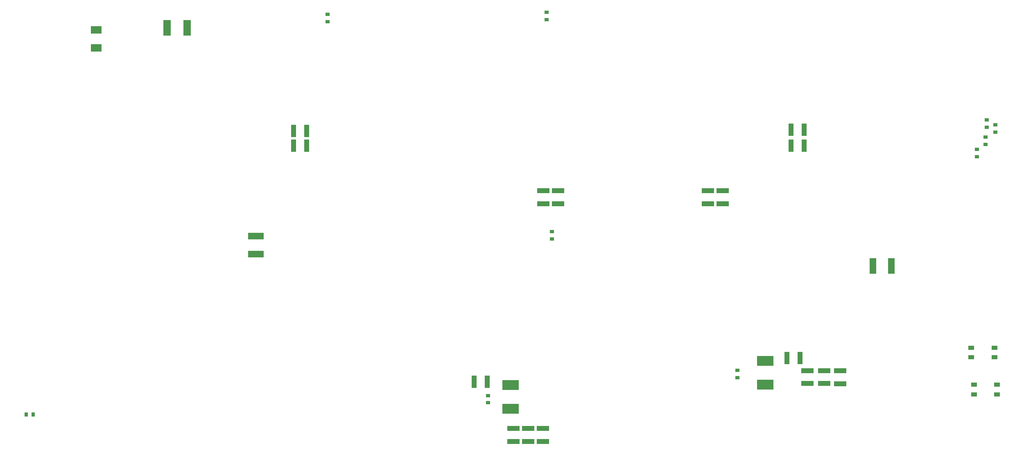
<source format=gbr>
G04 Layer_Color=128*
%FSLAX45Y45*%
%MOMM*%
%TF.FileFunction,Paste,Bot*%
%TF.Part,Single*%
G01*
G75*
%TA.AperFunction,SMDPad,CuDef*%
%ADD12R,0.70000X0.90000*%
%ADD22R,0.90000X0.70000*%
%ADD23R,1.25000X0.95000*%
%ADD24R,1.10000X2.60000*%
%ADD29R,2.60000X1.10000*%
%ADD39R,3.50000X2.00000*%
%ADD41R,3.30000X1.40000*%
%ADD81R,2.18000X1.52000*%
%ADD82R,1.40000X3.30000*%
%ADD83R,1.55000X3.30000*%
D12*
X3148400Y2438400D02*
D03*
X2998400D02*
D03*
D22*
X22860001Y8533200D02*
D03*
Y8383200D02*
D03*
X23037801Y8281600D02*
D03*
Y8431600D02*
D03*
X22834599Y8027600D02*
D03*
Y8177600D02*
D03*
X22656799Y7773600D02*
D03*
Y7923600D02*
D03*
X12554000Y2682000D02*
D03*
Y2832000D02*
D03*
X17707001Y3204000D02*
D03*
Y3354000D02*
D03*
X13868401Y6071800D02*
D03*
Y6221800D02*
D03*
X13761720Y10610779D02*
D03*
Y10760776D02*
D03*
X9230360Y10565059D02*
D03*
Y10715056D02*
D03*
D23*
X23020500Y3623000D02*
D03*
X22545500Y3823000D02*
D03*
Y3623000D02*
D03*
X23020500Y3823000D02*
D03*
X23072501Y2853000D02*
D03*
X22597501Y3053000D02*
D03*
Y2853000D02*
D03*
X23072501Y3053000D02*
D03*
D24*
X8526400Y8305800D02*
D03*
X8796400D02*
D03*
X12532000Y3113000D02*
D03*
X12262000D02*
D03*
X19003000Y3608000D02*
D03*
X18733000D02*
D03*
X8526400Y8001000D02*
D03*
X8796400D02*
D03*
X18813400D02*
D03*
X19083400D02*
D03*
X18813400Y8331200D02*
D03*
X19083400D02*
D03*
D29*
X13074001Y2150000D02*
D03*
Y1880000D02*
D03*
X13385001Y2152000D02*
D03*
Y1882000D02*
D03*
X13685001Y2150000D02*
D03*
Y1880000D02*
D03*
X19153000Y3349000D02*
D03*
Y3079000D02*
D03*
X19836000Y3341000D02*
D03*
Y3071000D02*
D03*
X19506000Y3349000D02*
D03*
Y3079000D02*
D03*
X17094200Y7069200D02*
D03*
Y6799200D02*
D03*
X13995401Y7069200D02*
D03*
Y6799200D02*
D03*
X13690601Y7069200D02*
D03*
Y6799200D02*
D03*
X17399001Y7069200D02*
D03*
Y6799200D02*
D03*
D39*
X13016000Y3050000D02*
D03*
Y2560000D02*
D03*
X18282001Y3060000D02*
D03*
Y3550000D02*
D03*
D41*
X7747000Y6133600D02*
D03*
Y5753600D02*
D03*
D81*
X4445000Y10026802D02*
D03*
Y10394803D02*
D03*
D82*
X20891000Y5511800D02*
D03*
X20511000D02*
D03*
D83*
X6331402Y10439405D02*
D03*
X5911398D02*
D03*
%TF.MD5,d7770bb3436048ebf7ea4f00fda12e47*%
M02*

</source>
